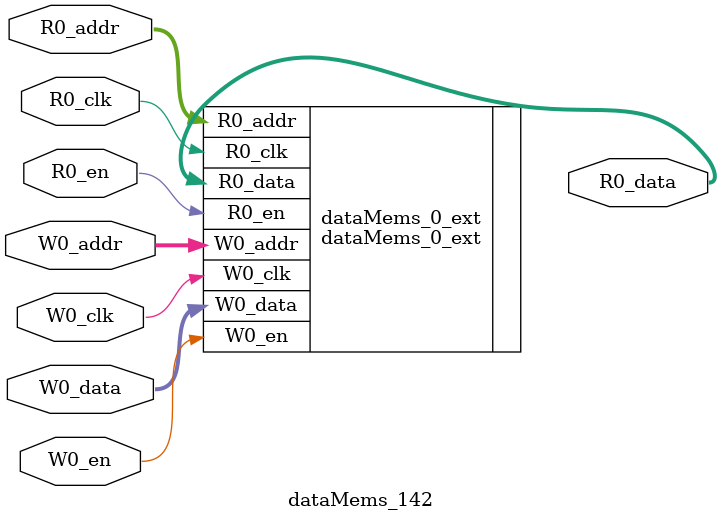
<source format=sv>
`ifndef RANDOMIZE
  `ifdef RANDOMIZE_REG_INIT
    `define RANDOMIZE
  `endif // RANDOMIZE_REG_INIT
`endif // not def RANDOMIZE
`ifndef RANDOMIZE
  `ifdef RANDOMIZE_MEM_INIT
    `define RANDOMIZE
  `endif // RANDOMIZE_MEM_INIT
`endif // not def RANDOMIZE

`ifndef RANDOM
  `define RANDOM $random
`endif // not def RANDOM

// Users can define 'PRINTF_COND' to add an extra gate to prints.
`ifndef PRINTF_COND_
  `ifdef PRINTF_COND
    `define PRINTF_COND_ (`PRINTF_COND)
  `else  // PRINTF_COND
    `define PRINTF_COND_ 1
  `endif // PRINTF_COND
`endif // not def PRINTF_COND_

// Users can define 'ASSERT_VERBOSE_COND' to add an extra gate to assert error printing.
`ifndef ASSERT_VERBOSE_COND_
  `ifdef ASSERT_VERBOSE_COND
    `define ASSERT_VERBOSE_COND_ (`ASSERT_VERBOSE_COND)
  `else  // ASSERT_VERBOSE_COND
    `define ASSERT_VERBOSE_COND_ 1
  `endif // ASSERT_VERBOSE_COND
`endif // not def ASSERT_VERBOSE_COND_

// Users can define 'STOP_COND' to add an extra gate to stop conditions.
`ifndef STOP_COND_
  `ifdef STOP_COND
    `define STOP_COND_ (`STOP_COND)
  `else  // STOP_COND
    `define STOP_COND_ 1
  `endif // STOP_COND
`endif // not def STOP_COND_

// Users can define INIT_RANDOM as general code that gets injected into the
// initializer block for modules with registers.
`ifndef INIT_RANDOM
  `define INIT_RANDOM
`endif // not def INIT_RANDOM

// If using random initialization, you can also define RANDOMIZE_DELAY to
// customize the delay used, otherwise 0.002 is used.
`ifndef RANDOMIZE_DELAY
  `define RANDOMIZE_DELAY 0.002
`endif // not def RANDOMIZE_DELAY

// Define INIT_RANDOM_PROLOG_ for use in our modules below.
`ifndef INIT_RANDOM_PROLOG_
  `ifdef RANDOMIZE
    `ifdef VERILATOR
      `define INIT_RANDOM_PROLOG_ `INIT_RANDOM
    `else  // VERILATOR
      `define INIT_RANDOM_PROLOG_ `INIT_RANDOM #`RANDOMIZE_DELAY begin end
    `endif // VERILATOR
  `else  // RANDOMIZE
    `define INIT_RANDOM_PROLOG_
  `endif // RANDOMIZE
`endif // not def INIT_RANDOM_PROLOG_

// Include register initializers in init blocks unless synthesis is set
`ifndef SYNTHESIS
  `ifndef ENABLE_INITIAL_REG_
    `define ENABLE_INITIAL_REG_
  `endif // not def ENABLE_INITIAL_REG_
`endif // not def SYNTHESIS

// Include rmemory initializers in init blocks unless synthesis is set
`ifndef SYNTHESIS
  `ifndef ENABLE_INITIAL_MEM_
    `define ENABLE_INITIAL_MEM_
  `endif // not def ENABLE_INITIAL_MEM_
`endif // not def SYNTHESIS

module dataMems_142(	// @[generators/ara/src/main/scala/UnsafeAXI4ToTL.scala:365:62]
  input  [4:0]   R0_addr,
  input          R0_en,
  input          R0_clk,
  output [130:0] R0_data,
  input  [4:0]   W0_addr,
  input          W0_en,
  input          W0_clk,
  input  [130:0] W0_data
);

  dataMems_0_ext dataMems_0_ext (	// @[generators/ara/src/main/scala/UnsafeAXI4ToTL.scala:365:62]
    .R0_addr (R0_addr),
    .R0_en   (R0_en),
    .R0_clk  (R0_clk),
    .R0_data (R0_data),
    .W0_addr (W0_addr),
    .W0_en   (W0_en),
    .W0_clk  (W0_clk),
    .W0_data (W0_data)
  );
endmodule


</source>
